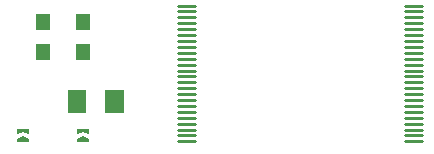
<source format=gtp>
G04 Layer: TopPasteMaskLayer*
G04 EasyEDA v6.5.3, 2022-05-09 11:27:13*
G04 baffbd41b27947a08c2bb0c717e604c5,b03e5731a7a74599b12e1065cb71c7ef,10*
G04 Gerber Generator version 0.2*
G04 Scale: 100 percent, Rotated: No, Reflected: No *
G04 Dimensions in millimeters *
G04 leading zeros omitted , absolute positions ,4 integer and 5 decimal *
%FSLAX45Y45*%
%MOMM*%

%ADD11C,0.2800*%
%ADD13R,1.2000X1.4000*%

%LPD*%
D11*
X3002401Y-317500D02*
G01*
X3144400Y-317500D01*
X3002401Y-367512D02*
G01*
X3144400Y-367512D01*
X3002401Y-417499D02*
G01*
X3144400Y-417499D01*
X3002401Y-467512D02*
G01*
X3144400Y-467512D01*
X3002401Y-517499D02*
G01*
X3144400Y-517499D01*
X3002401Y-567512D02*
G01*
X3144400Y-567512D01*
X3002401Y-617499D02*
G01*
X3144400Y-617499D01*
X3002401Y-667512D02*
G01*
X3144400Y-667512D01*
X3002401Y-717499D02*
G01*
X3144400Y-717499D01*
X3002401Y-767511D02*
G01*
X3144400Y-767511D01*
X3002401Y-817498D02*
G01*
X3144400Y-817498D01*
X3002401Y-867511D02*
G01*
X3144400Y-867511D01*
X3002401Y-917498D02*
G01*
X3144400Y-917498D01*
X3002401Y-967511D02*
G01*
X3144400Y-967511D01*
X3002401Y-1017498D02*
G01*
X3144400Y-1017498D01*
X3002401Y-1067511D02*
G01*
X3144400Y-1067511D01*
X3002401Y-1117498D02*
G01*
X3144400Y-1117498D01*
X3002401Y-1167511D02*
G01*
X3144400Y-1167511D01*
X3002401Y-1217498D02*
G01*
X3144400Y-1217498D01*
X3002401Y-1267510D02*
G01*
X3144400Y-1267510D01*
X3002401Y-1317497D02*
G01*
X3144400Y-1317497D01*
X3002401Y-1367510D02*
G01*
X3144400Y-1367510D01*
X3002401Y-1417497D02*
G01*
X3144400Y-1417497D01*
X3002401Y-1467510D02*
G01*
X3144400Y-1467510D01*
X4922387Y-317500D02*
G01*
X5064386Y-317500D01*
X4922387Y-367512D02*
G01*
X5064386Y-367512D01*
X4922387Y-417499D02*
G01*
X5064386Y-417499D01*
X4922387Y-467512D02*
G01*
X5064386Y-467512D01*
X4922387Y-517499D02*
G01*
X5064386Y-517499D01*
X4922387Y-567512D02*
G01*
X5064386Y-567512D01*
X4922387Y-617499D02*
G01*
X5064386Y-617499D01*
X4922387Y-667512D02*
G01*
X5064386Y-667512D01*
X4922387Y-717499D02*
G01*
X5064386Y-717499D01*
X4922387Y-767511D02*
G01*
X5064386Y-767511D01*
X4922387Y-817498D02*
G01*
X5064386Y-817498D01*
X4922387Y-867511D02*
G01*
X5064386Y-867511D01*
X4922387Y-917498D02*
G01*
X5064386Y-917498D01*
X4922387Y-967511D02*
G01*
X5064386Y-967511D01*
X4922387Y-1017498D02*
G01*
X5064386Y-1017498D01*
X4922387Y-1067511D02*
G01*
X5064386Y-1067511D01*
X4922387Y-1117498D02*
G01*
X5064386Y-1117498D01*
X4922387Y-1167511D02*
G01*
X5064386Y-1167511D01*
X4922387Y-1217498D02*
G01*
X5064386Y-1217498D01*
X4922387Y-1267510D02*
G01*
X5064386Y-1267510D01*
X4922387Y-1317497D02*
G01*
X5064386Y-1317497D01*
X4922387Y-1367510D02*
G01*
X5064386Y-1367510D01*
X4922387Y-1417497D02*
G01*
X5064386Y-1417497D01*
X4922387Y-1467510D02*
G01*
X5064386Y-1467510D01*
D13*
G01*
X1854200Y-711200D03*
G01*
X2194204Y-711200D03*
G36*
X2137097Y-387200D02*
G01*
X2257097Y-387200D01*
X2257097Y-527199D01*
X2137097Y-527199D01*
G37*
G36*
X1797098Y-387200D02*
G01*
X1917098Y-387200D01*
X1917098Y-527199D01*
X1797098Y-527199D01*
G37*
G36*
X2197100Y-1473200D02*
G01*
X2147100Y-1473200D01*
X2147100Y-1443200D01*
X2197100Y-1423200D01*
X2247099Y-1443200D01*
X2247099Y-1473200D01*
G37*
G36*
X2197100Y-1358900D02*
G01*
X2247099Y-1358900D01*
X2247099Y-1408899D01*
X2197100Y-1388899D01*
X2147100Y-1408899D01*
X2147100Y-1358900D01*
G37*
G36*
X1689100Y-1473200D02*
G01*
X1639100Y-1473200D01*
X1639100Y-1443200D01*
X1689100Y-1423200D01*
X1739099Y-1443200D01*
X1739099Y-1473200D01*
G37*
G36*
X1689100Y-1358900D02*
G01*
X1739099Y-1358900D01*
X1739099Y-1408899D01*
X1689100Y-1388899D01*
X1639100Y-1408899D01*
X1639100Y-1358900D01*
G37*
G36*
X2383546Y-1030300D02*
G01*
X2543566Y-1030300D01*
X2543566Y-1230299D01*
X2383546Y-1230299D01*
G37*
G36*
X2063546Y-1030300D02*
G01*
X2223566Y-1030300D01*
X2223566Y-1230299D01*
X2063546Y-1230299D01*
G37*
M02*

</source>
